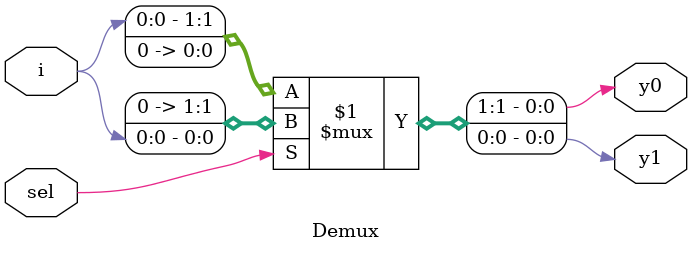
<source format=v>
`timescale 1ns / 1ps

module Demux(
    input sel,
    input i,
    output wire y0, 
    output wire y1
);    
    assign {y0, y1} = sel ? {1'b0, i} : {i, 1'b0};
endmodule

</source>
